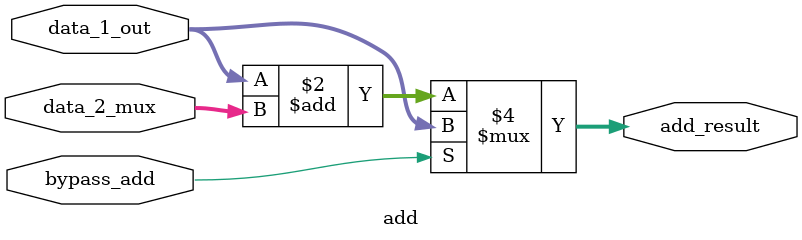
<source format=v>
`timescale 1ns / 1ps
module add(
       // input clk,
       // input reset,
        input [31:0] data_1_out,
        input [31:0] data_2_mux,
        input bypass_add,
        output reg [31:0] add_result
    );
    always@(*)begin
   // if(reset)begin
   // add_result<=0;
   // end
   // else begin
    if(bypass_add)begin
    add_result<=data_1_out;
    end
    else begin 
    add_result<=data_1_out+data_2_mux;
    end
    end
   // end
endmodule

</source>
